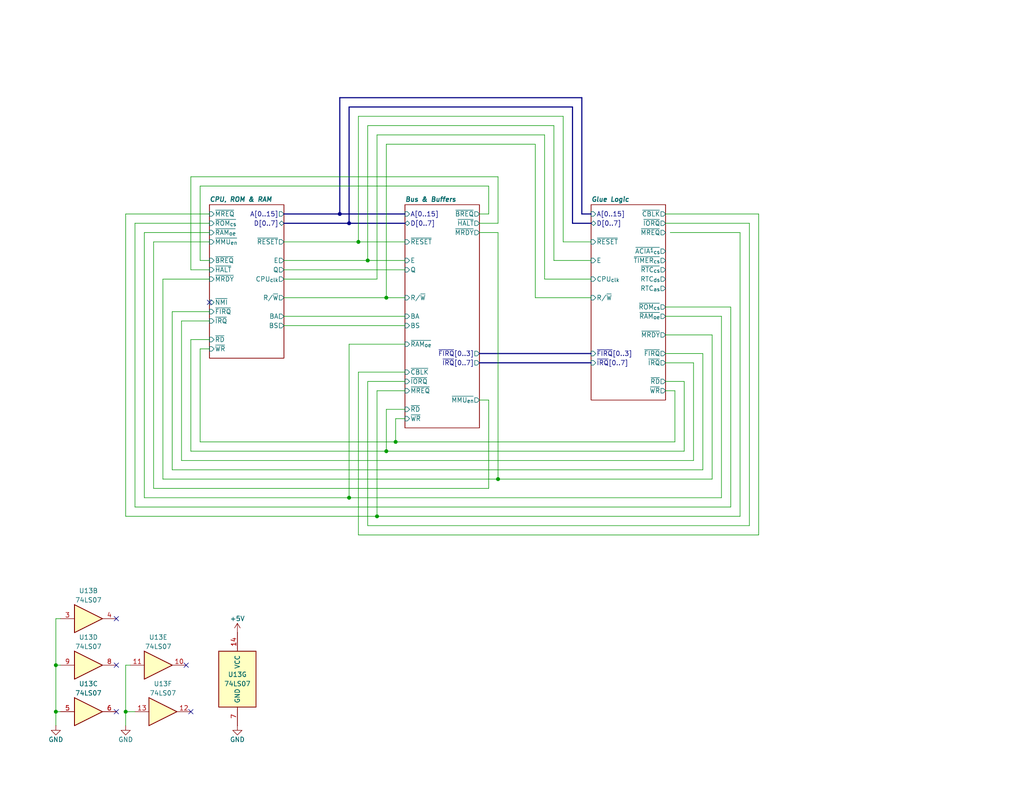
<source format=kicad_sch>
(kicad_sch (version 20250114) (generator "eeschema") (generator_version "9.0")
  (paper "USLetter")
  (title_block (title "The CPU Card") (date "2026-02-22") (rev "2.5") (company "Frédéric \"MicroHobbyist\" Segard"))
  (lib_symbols
    (symbol "74xx:74LS07" (pin_names (offset 1.016))
      (property "Reference" "U" (at 0 1.27 0))
      (property "Value" "74LS07" (at 0 -1.27 0))
      (symbol "74LS07_1_0"
        (polyline (pts (xy -3.81 3.81) (xy -3.81 -3.81) (xy 3.81 0) (xy -3.81 3.81)) (stroke (width 0.254)) (fill (type background)))
        (pin input line (at -7.62 0 0) (length 3.81) (name "~") (number "1"))
        (pin open_collector line (at 7.62 0 180) (length 3.81) (name "~") (number "2"))
      )
      (symbol "74LS07_2_0"
        (polyline (pts (xy -3.81 3.81) (xy -3.81 -3.81) (xy 3.81 0) (xy -3.81 3.81)) (stroke (width 0.254)) (fill (type background)))
        (pin input line (at -7.62 0 0) (length 3.81) (name "~") (number "3"))
        (pin open_collector line (at 7.62 0 180) (length 3.81) (name "~") (number "4"))
      )
      (symbol "74LS07_3_0"
        (polyline (pts (xy -3.81 3.81) (xy -3.81 -3.81) (xy 3.81 0) (xy -3.81 3.81)) (stroke (width 0.254)) (fill (type background)))
        (pin input line (at -7.62 0 0) (length 3.81) (name "~") (number "5"))
        (pin open_collector line (at 7.62 0 180) (length 3.81) (name "~") (number "6"))
      )
      (symbol "74LS07_4_0"
        (polyline (pts (xy -3.81 3.81) (xy -3.81 -3.81) (xy 3.81 0) (xy -3.81 3.81)) (stroke (width 0.254)) (fill (type background)))
        (pin input line (at -7.62 0 0) (length 3.81) (name "~") (number "9"))
        (pin open_collector line (at 7.62 0 180) (length 3.81) (name "~") (number "8"))
      )
      (symbol "74LS07_5_0"
        (polyline (pts (xy -3.81 3.81) (xy -3.81 -3.81) (xy 3.81 0) (xy -3.81 3.81)) (stroke (width 0.254)) (fill (type background)))
        (pin input line (at -7.62 0 0) (length 3.81) (name "~") (number "11"))
        (pin open_collector line (at 7.62 0 180) (length 3.81) (name "~") (number "10"))
      )
      (symbol "74LS07_6_0"
        (polyline (pts (xy -3.81 3.81) (xy -3.81 -3.81) (xy 3.81 0) (xy -3.81 3.81)) (stroke (width 0.254)) (fill (type background)))
        (pin input line (at -7.62 0 0) (length 3.81) (name "~") (number "13"))
        (pin open_collector line (at 7.62 0 180) (length 3.81) (name "~") (number "12"))
      )
      (symbol "74LS07_7_0"
        (pin power_in line (at 0 12.7 270) (length 5.08) (name "VCC") (number "14"))
        (pin power_in line (at 0 -12.7 90) (length 5.08) (name "GND") (number "7"))
      )
      (symbol "74LS07_7_1"
        (rectangle (start -5.08 7.62) (end 5.08 -7.62) (stroke (width 0.254)) (fill (type background)))
      )
    )
    (symbol "power:+5V" (power) (pin_numbers (hide yes)) (pin_names (offset 0) (hide yes))
      (property "Value" "+5V" (at 0 3.556 0))
      (symbol "+5V_0_1"
        (polyline (pts (xy -0.762 1.27) (xy 0 2.54)))
        (polyline (pts (xy 0 2.54) (xy 0.762 1.27)))
        (polyline (pts (xy 0 0) (xy 0 2.54)))
      )
      (symbol "+5V_1_1"
        (pin power_in line (at 0 0 90) (length 0) (name "~") (number "1"))
      )
    )
    (symbol "power:GND" (power) (pin_numbers (hide yes)) (pin_names (offset 0) (hide yes))
      (property "Value" "GND" (at 0 -3.81 0))
      (symbol "GND_0_1"
        (polyline (pts (xy 0 0) (xy 0 -1.27) (xy 1.27 -1.27) (xy 0 -2.54) (xy -1.27 -1.27) (xy 0 -1.27)))
      )
      (symbol "GND_1_1"
        (pin power_in line (at 0 0 270) (length 0) (name "~") (number "1"))
      )
    )
  )
  (junction (at 34.29 194.31))
  (junction (at 105.41 81.28))
  (junction (at 15.24 181.61))
  (junction (at 100.33 71.12))
  (junction (at 107.95 120.65))
  (junction (at 105.41 123.19))
  (junction (at 102.87 140.97))
  (junction (at 95.25 60.96))
  (junction (at 15.24 194.31))
  (junction (at 95.25 135.89))
  (junction (at 97.79 66.04))
  (junction (at 135.89 130.81))
  (junction (at 92.71 58.42))
  (no_connect (at 31.75 168.91))
  (no_connect (at 50.8 181.61))
  (no_connect (at 52.07 194.31))
  (no_connect (at 31.75 194.31))
  (no_connect (at 57.15 82.55))
  (no_connect (at 31.75 181.61))
  (wire (pts (xy 15.24 181.61) (xy 16.51 181.61)))
  (wire (pts (xy 49.53 87.63) (xy 57.15 87.63)))
  (wire (pts (xy 146.05 39.37) (xy 146.05 81.28)))
  (wire (pts (xy 97.79 31.75) (xy 153.67 31.75)))
  (wire (pts (xy 57.15 73.66) (xy 52.07 73.66)))
  (wire (pts (xy 199.39 138.43) (xy 36.83 138.43)))
  (wire (pts (xy 181.61 104.14) (xy 186.69 104.14)))
  (wire (pts (xy 57.15 76.2) (xy 44.45 76.2)))
  (wire (pts (xy 97.79 101.6) (xy 110.49 101.6)))
  (wire (pts (xy 15.24 181.61) (xy 15.24 194.31)))
  (wire (pts (xy 100.33 104.14) (xy 110.49 104.14)))
  (bus (pts (xy 95.25 29.21) (xy 156.21 29.21)))
  (wire (pts (xy 35.56 181.61) (xy 34.29 181.61)))
  (wire (pts (xy 194.31 130.81) (xy 194.31 91.44)))
  (wire (pts (xy 146.05 81.28) (xy 161.29 81.28)))
  (wire (pts (xy 194.31 91.44) (xy 181.61 91.44)))
  (wire (pts (xy 151.13 34.29) (xy 151.13 71.12)))
  (bus (pts (xy 77.47 58.42) (xy 92.71 58.42)))
  (bus (pts (xy 92.71 58.42) (xy 92.71 26.67)))
  (wire (pts (xy 54.61 95.25) (xy 57.15 95.25)))
  (wire (pts (xy 135.89 48.26) (xy 135.89 60.96)))
  (wire (pts (xy 184.15 106.68) (xy 184.15 120.65)))
  (wire (pts (xy 34.29 194.31) (xy 36.83 194.31)))
  (wire (pts (xy 44.45 130.81) (xy 135.89 130.81)))
  (wire (pts (xy 102.87 140.97) (xy 34.29 140.97)))
  (wire (pts (xy 102.87 36.83) (xy 148.59 36.83)))
  (wire (pts (xy 54.61 71.12) (xy 54.61 50.8)))
  (wire (pts (xy 34.29 140.97) (xy 34.29 58.42)))
  (bus (pts (xy 156.21 60.96) (xy 161.29 60.96)))
  (wire (pts (xy 100.33 34.29) (xy 151.13 34.29)))
  (wire (pts (xy 97.79 66.04) (xy 110.49 66.04)))
  (wire (pts (xy 181.61 86.36) (xy 196.85 86.36)))
  (wire (pts (xy 105.41 81.28) (xy 110.49 81.28)))
  (wire (pts (xy 130.81 63.5) (xy 135.89 63.5)))
  (wire (pts (xy 181.61 106.68) (xy 184.15 106.68)))
  (wire (pts (xy 15.24 194.31) (xy 16.51 194.31)))
  (wire (pts (xy 133.35 109.22) (xy 130.81 109.22)))
  (wire (pts (xy 189.23 99.06) (xy 189.23 125.73)))
  (wire (pts (xy 110.49 93.98) (xy 95.25 93.98)))
  (wire (pts (xy 133.35 58.42) (xy 130.81 58.42)))
  (wire (pts (xy 95.25 135.89) (xy 39.37 135.89)))
  (wire (pts (xy 52.07 92.71) (xy 57.15 92.71)))
  (wire (pts (xy 133.35 133.35) (xy 133.35 109.22)))
  (bus (pts (xy 156.21 29.21) (xy 156.21 60.96)))
  (wire (pts (xy 54.61 50.8) (xy 133.35 50.8)))
  (wire (pts (xy 151.13 71.12) (xy 161.29 71.12)))
  (wire (pts (xy 100.33 143.51) (xy 100.33 104.14)))
  (wire (pts (xy 52.07 48.26) (xy 135.89 48.26)))
  (wire (pts (xy 182.88 63.5) (xy 201.93 63.5)))
  (wire (pts (xy 107.95 114.3) (xy 110.49 114.3)))
  (wire (pts (xy 196.85 86.36) (xy 196.85 135.89)))
  (wire (pts (xy 57.15 66.04) (xy 41.91 66.04)))
  (wire (pts (xy 148.59 76.2) (xy 161.29 76.2)))
  (wire (pts (xy 52.07 73.66) (xy 52.07 48.26)))
  (bus (pts (xy 130.81 96.52) (xy 161.29 96.52)))
  (wire (pts (xy 100.33 71.12) (xy 110.49 71.12)))
  (wire (pts (xy 181.61 96.52) (xy 191.77 96.52)))
  (wire (pts (xy 100.33 71.12) (xy 100.33 34.29)))
  (wire (pts (xy 105.41 39.37) (xy 146.05 39.37)))
  (wire (pts (xy 34.29 58.42) (xy 57.15 58.42)))
  (wire (pts (xy 196.85 135.89) (xy 95.25 135.89)))
  (wire (pts (xy 46.99 85.09) (xy 46.99 128.27)))
  (bus (pts (xy 92.71 26.67) (xy 158.75 26.67)))
  (wire (pts (xy 77.47 76.2) (xy 102.87 76.2)))
  (wire (pts (xy 105.41 123.19) (xy 105.41 111.76)))
  (wire (pts (xy 191.77 128.27) (xy 191.77 96.52)))
  (wire (pts (xy 135.89 60.96) (xy 130.81 60.96)))
  (wire (pts (xy 77.47 88.9) (xy 110.49 88.9)))
  (wire (pts (xy 135.89 130.81) (xy 194.31 130.81)))
  (wire (pts (xy 57.15 85.09) (xy 46.99 85.09)))
  (wire (pts (xy 184.15 120.65) (xy 107.95 120.65)))
  (wire (pts (xy 77.47 66.04) (xy 97.79 66.04)))
  (wire (pts (xy 95.25 93.98) (xy 95.25 135.89)))
  (wire (pts (xy 186.69 104.14) (xy 186.69 123.19)))
  (wire (pts (xy 181.61 99.06) (xy 189.23 99.06)))
  (bus (pts (xy 95.25 60.96) (xy 95.25 29.21)))
  (wire (pts (xy 107.95 120.65) (xy 107.95 114.3)))
  (wire (pts (xy 41.91 133.35) (xy 133.35 133.35)))
  (wire (pts (xy 201.93 140.97) (xy 102.87 140.97)))
  (wire (pts (xy 102.87 106.68) (xy 102.87 140.97)))
  (wire (pts (xy 36.83 60.96) (xy 57.15 60.96)))
  (wire (pts (xy 52.07 123.19) (xy 52.07 92.71)))
  (bus (pts (xy 158.75 58.42) (xy 161.29 58.42)))
  (wire (pts (xy 39.37 63.5) (xy 57.15 63.5)))
  (wire (pts (xy 181.61 60.96) (xy 204.47 60.96)))
  (wire (pts (xy 102.87 76.2) (xy 102.87 36.83)))
  (wire (pts (xy 97.79 146.05) (xy 97.79 101.6)))
  (wire (pts (xy 16.51 168.91) (xy 15.24 168.91)))
  (wire (pts (xy 39.37 135.89) (xy 39.37 63.5)))
  (wire (pts (xy 181.61 58.42) (xy 207.01 58.42)))
  (wire (pts (xy 207.01 58.42) (xy 207.01 146.05)))
  (wire (pts (xy 199.39 83.82) (xy 199.39 138.43)))
  (wire (pts (xy 107.95 120.65) (xy 54.61 120.65)))
  (bus (pts (xy 158.75 26.67) (xy 158.75 58.42)))
  (wire (pts (xy 41.91 66.04) (xy 41.91 133.35)))
  (bus (pts (xy 95.25 60.96) (xy 110.49 60.96)))
  (bus (pts (xy 77.47 60.96) (xy 95.25 60.96)))
  (wire (pts (xy 105.41 123.19) (xy 52.07 123.19)))
  (wire (pts (xy 133.35 50.8) (xy 133.35 58.42)))
  (wire (pts (xy 204.47 60.96) (xy 204.47 143.51)))
  (wire (pts (xy 207.01 146.05) (xy 97.79 146.05)))
  (wire (pts (xy 204.47 143.51) (xy 100.33 143.51)))
  (wire (pts (xy 97.79 66.04) (xy 97.79 31.75)))
  (wire (pts (xy 49.53 125.73) (xy 49.53 87.63)))
  (wire (pts (xy 181.61 83.82) (xy 199.39 83.82)))
  (bus (pts (xy 130.81 99.06) (xy 161.29 99.06)))
  (wire (pts (xy 189.23 125.73) (xy 49.53 125.73)))
  (wire (pts (xy 153.67 66.04) (xy 161.29 66.04)))
  (wire (pts (xy 148.59 36.83) (xy 148.59 76.2)))
  (wire (pts (xy 15.24 168.91) (xy 15.24 181.61)))
  (wire (pts (xy 105.41 111.76) (xy 110.49 111.76)))
  (wire (pts (xy 110.49 106.68) (xy 102.87 106.68)))
  (wire (pts (xy 153.67 31.75) (xy 153.67 66.04)))
  (wire (pts (xy 201.93 63.5) (xy 201.93 140.97)))
  (wire (pts (xy 77.47 73.66) (xy 110.49 73.66)))
  (wire (pts (xy 15.24 194.31) (xy 15.24 198.12)))
  (wire (pts (xy 34.29 181.61) (xy 34.29 194.31)))
  (wire (pts (xy 105.41 81.28) (xy 105.41 39.37)))
  (wire (pts (xy 46.99 128.27) (xy 191.77 128.27)))
  (wire (pts (xy 77.47 81.28) (xy 105.41 81.28)))
  (wire (pts (xy 77.47 71.12) (xy 100.33 71.12)))
  (wire (pts (xy 57.15 71.12) (xy 54.61 71.12)))
  (wire (pts (xy 54.61 120.65) (xy 54.61 95.25)))
  (wire (pts (xy 135.89 63.5) (xy 135.89 130.81)))
  (wire (pts (xy 186.69 123.19) (xy 105.41 123.19)))
  (bus (pts (xy 92.71 58.42) (xy 110.49 58.42)))
  (wire (pts (xy 77.47 86.36) (xy 110.49 86.36)))
  (wire (pts (xy 36.83 138.43) (xy 36.83 60.96)))
  (wire (pts (xy 34.29 194.31) (xy 34.29 198.12)))
  (wire (pts (xy 44.45 76.2) (xy 44.45 130.81)))
  (symbol (lib_id "power:GND") (at 34.29 198.12 0) (unit 1)
    (property "Reference" "#PWR050" (effects (hide yes)))
    (property "Value" "GND" (at 34.29 201.93 0))
    (property "Description" "Power symbol creates a global label with name \"GND\" , ground" (effects (hide yes)))
  )
  (symbol (lib_id "74xx:74LS07") (at 64.77 185.42 0) (unit 7)
    (property "Reference" "U13" (at 64.77 184.15 0))
    (property "Value" "74LS07" (at 64.77 186.69 0))
    (property "Datasheet" "www.ti.com/lit/ds/symlink/sn74ls07.pdf" (effects (hide yes)))
    (property "Description" "Hex Buffers and Drivers With Open Collector High Voltage Outputs" (effects (hide yes)))
  )
  (symbol (lib_id "74xx:74LS07") (at 44.45 194.31 0) (unit 6)
    (property "Reference" "U13" (at 44.45 186.69 0))
    (property "Value" "74LS07" (at 44.45 189.23 0))
    (property "Datasheet" "www.ti.com/lit/ds/symlink/sn74ls07.pdf" (effects (hide yes)))
    (property "Description" "Hex Buffers and Drivers With Open Collector High Voltage Outputs" (effects (hide yes)))
  )
  (symbol (lib_id "74xx:74LS07") (at 43.18 181.61 0) (unit 5)
    (property "Reference" "U13" (at 43.18 173.99 0))
    (property "Value" "74LS07" (at 43.18 176.53 0))
    (property "Datasheet" "www.ti.com/lit/ds/symlink/sn74ls07.pdf" (effects (hide yes)))
    (property "Description" "Hex Buffers and Drivers With Open Collector High Voltage Outputs" (effects (hide yes)))
  )
  (symbol (lib_id "74xx:74LS07") (at 24.13 181.61 0) (unit 4)
    (property "Reference" "U13" (at 24.13 173.99 0))
    (property "Value" "74LS07" (at 24.13 176.53 0))
    (property "Datasheet" "www.ti.com/lit/ds/symlink/sn74ls07.pdf" (effects (hide yes)))
    (property "Description" "Hex Buffers and Drivers With Open Collector High Voltage Outputs" (effects (hide yes)))
  )
  (symbol (lib_id "power:GND") (at 64.77 198.12 0) (unit 1)
    (property "Reference" "#PWR051" (effects (hide yes)))
    (property "Value" "GND" (at 64.77 201.93 0))
    (property "Description" "Power symbol creates a global label with name \"GND\" , ground" (effects (hide yes)))
  )
  (symbol (lib_id "power:+5V") (at 64.77 172.72 0) (unit 1)
    (property "Reference" "#PWR047" (effects (hide yes)))
    (property "Value" "+5V" (at 64.77 168.91 0))
    (property "Description" "Power symbol creates a global label with name \"+5V\"" (effects (hide yes)))
  )
  (symbol (lib_id "74xx:74LS07") (at 24.13 194.31 0) (unit 3)
    (property "Reference" "U13" (at 24.13 186.69 0))
    (property "Value" "74LS07" (at 24.13 189.23 0))
    (property "Datasheet" "www.ti.com/lit/ds/symlink/sn74ls07.pdf" (effects (hide yes)))
    (property "Description" "Hex Buffers and Drivers With Open Collector High Voltage Outputs" (effects (hide yes)))
  )
  (symbol (lib_id "power:GND") (at 15.24 198.12 0) (unit 1)
    (property "Reference" "#PWR049" (effects (hide yes)))
    (property "Value" "GND" (at 15.24 201.93 0))
    (property "Description" "Power symbol creates a global label with name \"GND\" , ground" (effects (hide yes)))
  )
  (symbol (lib_id "74xx:74LS07") (at 24.13 168.91 0) (unit 2)
    (property "Reference" "U13" (at 24.13 161.29 0))
    (property "Value" "74LS07" (at 24.13 163.83 0))
    (property "Datasheet" "www.ti.com/lit/ds/symlink/sn74ls07.pdf" (effects (hide yes)))
    (property "Description" "Hex Buffers and Drivers With Open Collector High Voltage Outputs" (effects (hide yes)))
  )
  (sheet (at 57.15 55.88) (size 20.32 41.91) (stroke (width 0.1524))
    (property "Sheetname" "CPU, ROM & RAM" (at 57.15 55.1684 0) (effects (font (thickness 0.254) (bold yes) (italic yes)) (justify left bottom)))
    (property "Sheetfile" "ROMRAM.kicad_sch" (effects (hide yes)))
    (pin "~{WR}" input (at 57.15 95.25 180))
    (pin "~{BREQ}" input (at 57.15 71.12 180))
    (pin "~{RESET}" output (at 77.47 66.04 0))
    (pin "~{MMU_{en}}" input (at 57.15 66.04 180))
    (pin "R{slash}~{W}" output (at 77.47 81.28 0))
    (pin "~{RAM_{oe}}" input (at 57.15 63.5 180))
    (pin "~{IRQ}" input (at 57.15 87.63 180))
    (pin "E" output (at 77.47 71.12 0))
    (pin "~{FIRQ}" input (at 57.15 85.09 180))
    (pin "BA" output (at 77.47 86.36 0))
    (pin "BS" output (at 77.47 88.9 0))
    (pin "~{MRDY}" input (at 57.15 76.2 180))
    (pin "~{MREQ}" input (at 57.15 58.42 180))
    (pin "~{HALT}" input (at 57.15 73.66 180))
    (pin "~{ROM_{cs}}" input (at 57.15 60.96 180))
    (pin "Q" output (at 77.47 73.66 0))
    (pin "~{NMI}" input (at 57.15 82.55 180))
    (pin "~{RD}" input (at 57.15 92.71 180))
    (pin "CPU_{clk}" output (at 77.47 76.2 0))
    (pin "A[0..15]" output (at 77.47 58.42 0))
    (pin "D[0..7]" bidirectional (at 77.47 60.96 0))
  )
  (sheet (at 161.29 55.88) (size 20.32 53.34) (stroke (width 0.1524))
    (property "Sheetname" "Glue Logic" (at 161.29 55.1684 0) (effects (font (thickness 0.254) (bold yes) (italic yes)) (justify left bottom)))
    (property "Sheetfile" "Glue.kicad_sch" (effects (hide yes)))
    (pin "A[0..15]" input (at 161.29 58.42 180))
    (pin "CPU_{clk}" input (at 161.29 76.2 180))
    (pin "D[0..7]" bidirectional (at 161.29 60.96 180))
    (pin "E" input (at 161.29 71.12 180))
    (pin "RTC_{as}" output (at 181.61 78.74 0))
    (pin "RTC_{ds}" output (at 181.61 76.2 0))
    (pin "R{slash}~{W}" input (at 161.29 81.28 180))
    (pin "~{ACIA^{1}_{cs}}" output (at 181.61 68.58 0))
    (pin "~{CBLK}" output (at 181.61 58.42 0))
    (pin "~{FIRQ}" output (at 181.61 96.52 0))
    (pin "~{FIRQ}[0..3]" input (at 161.29 96.52 180))
    (pin "~{IORQ}" output (at 181.61 60.96 0))
    (pin "~{IRQ}" output (at 181.61 99.06 0))
    (pin "~{IRQ}[0..7]" input (at 161.29 99.06 180))
    (pin "~{MRDY}" output (at 181.61 91.44 0))
    (pin "~{MREQ}" output (at 181.61 63.5 0))
    (pin "~{RAM_{oe}}" output (at 181.61 86.36 0))
    (pin "~{RD}" output (at 181.61 104.14 0))
    (pin "~{RESET}" input (at 161.29 66.04 180))
    (pin "~{ROM_{cs}}" output (at 181.61 83.82 0))
    (pin "~{RTC_{cs}}" output (at 181.61 73.66 0))
    (pin "~{TIMER_{cs}}" output (at 181.61 71.12 0))
    (pin "~{WR}" output (at 181.61 106.68 0))
  )
  (sheet (at 110.49 55.88) (size 20.32 60.96) (stroke (width 0.1524))
    (property "Sheetname" "Bus & Buffers" (at 110.49 55.1684 0) (effects (font (thickness 0.254) (bold yes) (italic yes)) (justify left bottom)))
    (property "Sheetfile" "CPU_RESET_BUFFERS.kicad_sch" (effects (hide yes)))
    (pin "A[0..15]" input (at 110.49 58.42 180))
    (pin "BA" input (at 110.49 86.36 180))
    (pin "BS" input (at 110.49 88.9 180))
    (pin "D[0..7]" bidirectional (at 110.49 60.96 180))
    (pin "E" input (at 110.49 71.12 180))
    (pin "Q" input (at 110.49 73.66 180))
    (pin "R{slash}~{W}" input (at 110.49 81.28 180))
    (pin "~{BREQ}" output (at 130.81 58.42 0))
    (pin "~{CBLK}" input (at 110.49 101.6 180))
    (pin "~{HALT}" output (at 130.81 60.96 0))
    (pin "~{IORQ}" input (at 110.49 104.14 180))
    (pin "~{MMU_{en}}" output (at 130.81 109.22 0))
    (pin "~{MRDY}" output (at 130.81 63.5 0))
    (pin "~{MREQ}" input (at 110.49 106.68 180))
    (pin "~{RAM_{oe}}" input (at 110.49 93.98 180))
    (pin "~{RD}" input (at 110.49 111.76 180))
    (pin "~{RESET}" input (at 110.49 66.04 180))
    (pin "~{WR}" input (at 110.49 114.3 180))
    (pin "~{FIRQ}[0..3]" output (at 130.81 96.52 0))
    (pin "~{IRQ}[0..7]" output (at 130.81 99.06 0))
  )
)
</source>
